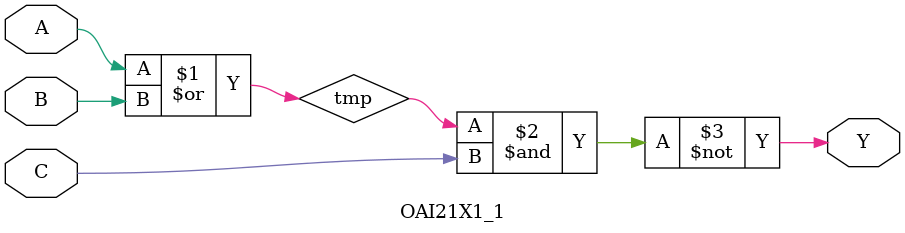
<source format=v>
module OAI21X1_1(A, B, C, Y);
input A, B, C;
output Y;
wire tmp;
or(tmp, A, B);
nand(Y, tmp, C);
endmodule
</source>
